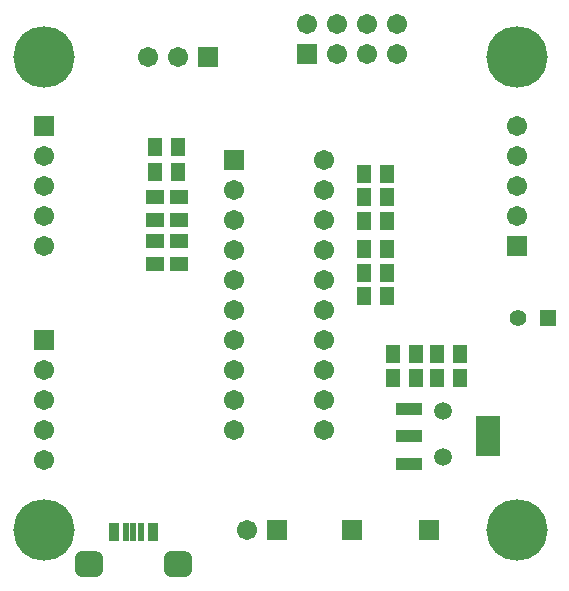
<source format=gts>
%FSTAX23Y23*%
%MOMM*%
%SFA1B1*%

%IPPOS*%
%AMD35*
4,1,8,1.201420,-0.500380,1.201420,0.500380,0.599440,1.102360,-0.599440,1.102360,-1.201420,0.500380,-1.201420,-0.500380,-0.599440,-1.102360,0.599440,-1.102360,1.201420,-0.500380,0.0*
1,1,1.203452,0.599440,-0.500380*
1,1,1.203452,0.599440,0.500380*
1,1,1.203452,-0.599440,0.500380*
1,1,1.203452,-0.599440,-0.500380*
%
%ADD34R,1.203198X1.503172*%
G04~CAMADD=35~8~0.0~0.0~867.4~946.1~236.9~0.0~15~0.0~0.0~0.0~0.0~0~0.0~0.0~0.0~0.0~0~0.0~0.0~0.0~270.0~946.0~868.0*
%ADD35D35*%
%ADD36R,0.603250X1.553210*%
%ADD37R,0.965200X1.553210*%
%ADD38R,2.203196X1.103122*%
%ADD39R,2.003298X3.403092*%
%ADD40R,1.503172X1.203198*%
%ADD41C,1.703324*%
%ADD42R,1.703324X1.703324*%
%ADD43C,5.203190*%
%ADD44R,1.703324X1.703324*%
%ADD45C,1.403096*%
%ADD46R,1.403096X1.403096*%
%ADD47C,1.503172*%
%LNpcb-1*%
%LPD*%
G54D34*
X34504Y1985D03*
X36444D03*
X34504Y17874D03*
X36444D03*
X16284Y35295D03*
X14344D03*
X33995Y24774D03*
X32055D03*
X33995Y26725D03*
X32055D03*
X33995Y28725D03*
X32055D03*
X16284Y3737D03*
X14344D03*
X40194Y1985D03*
X38254D03*
X40194Y17874D03*
X38254D03*
X32055Y31124D03*
X33995D03*
X32055Y351D03*
X33995D03*
X32055Y33124D03*
X33995D03*
G54D35*
X16299Y021D03*
X088D03*
G54D36*
X12549Y04774D03*
X13225D03*
X11875D03*
G54D37*
X10875Y04774D03*
X14225D03*
G54D38*
X3585Y12899D03*
Y10599D03*
Y15199D03*
G54D39*
X4255Y12899D03*
G54D40*
X14364Y31201D03*
Y33141D03*
X16389Y312D03*
Y3314D03*
Y27476D03*
Y29416D03*
X14364Y27474D03*
Y29414D03*
G54D41*
X28709Y1342D03*
Y1596D03*
Y185D03*
Y2104D03*
Y2358D03*
Y2612D03*
Y2866D03*
Y312D03*
Y3374D03*
Y3628D03*
X21089Y1342D03*
Y1596D03*
Y185D03*
Y2104D03*
Y2358D03*
Y2612D03*
Y2866D03*
Y312D03*
Y3374D03*
X22159Y04999D03*
X13744Y44999D03*
X16284D03*
X04999Y18534D03*
Y15994D03*
Y13454D03*
Y10914D03*
X44999Y31565D03*
Y34105D03*
Y36645D03*
Y39185D03*
X04949Y36645D03*
Y34105D03*
Y31565D03*
Y29025D03*
X27269Y47835D03*
X29809Y45295D03*
Y47835D03*
X32349Y45295D03*
Y47835D03*
X34889Y45295D03*
Y47835D03*
G54D42*
X21089Y3628D03*
X24699Y04999D03*
X18824Y44999D03*
X27269Y45295D03*
G54D43*
X44999Y44999D03*
Y04999D03*
X04999D03*
Y44999D03*
G54D44*
X31049Y04999D03*
X3755D03*
X04999Y21074D03*
X44999Y29025D03*
X04949Y39185D03*
G54D45*
X45079Y22925D03*
G54D46*
X47619Y22925D03*
G54D47*
X38725Y11174D03*
Y15024D03*
M02*
</source>
